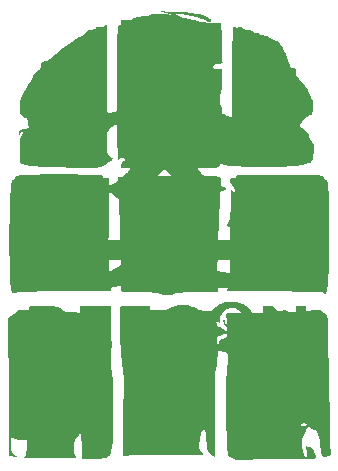
<source format=gbr>
%TF.GenerationSoftware,KiCad,Pcbnew,9.0.1*%
%TF.CreationDate,2025-07-13T22:34:50-07:00*%
%TF.ProjectId,defcon33_keychhain,64656663-6f6e-4333-935f-6b6579636868,rev?*%
%TF.SameCoordinates,Original*%
%TF.FileFunction,Copper,L1,Top*%
%TF.FilePolarity,Positive*%
%FSLAX46Y46*%
G04 Gerber Fmt 4.6, Leading zero omitted, Abs format (unit mm)*
G04 Created by KiCad (PCBNEW 9.0.1) date 2025-07-13 22:34:50*
%MOMM*%
%LPD*%
G01*
G04 APERTURE LIST*
%TA.AperFunction,EtchedComponent*%
%ADD10C,0.000000*%
%TD*%
G04 APERTURE END LIST*
D10*
%TA.AperFunction,EtchedComponent*%
%TO.C,G\u002A\u002A\u002A*%
G36*
X157912861Y-81789243D02*
G01*
X158005457Y-81793603D01*
X158080270Y-81802235D01*
X158148339Y-81816490D01*
X158220702Y-81837720D01*
X158308400Y-81867273D01*
X158324747Y-81872918D01*
X158611129Y-81994506D01*
X158878957Y-82152719D01*
X159118502Y-82340866D01*
X159320035Y-82552256D01*
X159329486Y-82564000D01*
X159449899Y-82715013D01*
X159885959Y-82715222D01*
X160050936Y-82715937D01*
X160171884Y-82714509D01*
X160255591Y-82705845D01*
X160308843Y-82684855D01*
X160338428Y-82646448D01*
X160351133Y-82585532D01*
X160353746Y-82497016D01*
X160353054Y-82375809D01*
X160353059Y-82364850D01*
X160353406Y-82128798D01*
X160764869Y-82135792D01*
X161176332Y-82142785D01*
X161382053Y-82375728D01*
X161476517Y-82478089D01*
X161555653Y-82554733D01*
X161613613Y-82600301D01*
X161638677Y-82610848D01*
X161686542Y-82605947D01*
X161768025Y-82590998D01*
X161867526Y-82568950D01*
X161893186Y-82562725D01*
X162064428Y-82526443D01*
X162196295Y-82513003D01*
X162294942Y-82522485D01*
X162366522Y-82554967D01*
X162383509Y-82569087D01*
X162413893Y-82593508D01*
X162450520Y-82610357D01*
X162503565Y-82621438D01*
X162583205Y-82628553D01*
X162699617Y-82633505D01*
X162756924Y-82635232D01*
X162895166Y-82639182D01*
X162990483Y-82637063D01*
X163050838Y-82621763D01*
X163084196Y-82586168D01*
X163098524Y-82523167D01*
X163101785Y-82425647D01*
X163101756Y-82327304D01*
X163102104Y-82130059D01*
X163547494Y-82130059D01*
X163992885Y-82130059D01*
X163992885Y-82346392D01*
X163992885Y-82562725D01*
X164062875Y-82562564D01*
X164109258Y-82560027D01*
X164197233Y-82553054D01*
X164317762Y-82542443D01*
X164461805Y-82528995D01*
X164620322Y-82513506D01*
X164639220Y-82511616D01*
X164795314Y-82497107D01*
X164934729Y-82486325D01*
X165049326Y-82479722D01*
X165130964Y-82477749D01*
X165171503Y-82480860D01*
X165173689Y-82481902D01*
X165201211Y-82503573D01*
X165259495Y-82550065D01*
X165339671Y-82614255D01*
X165432871Y-82689018D01*
X165530227Y-82767232D01*
X165622869Y-82841771D01*
X165701930Y-82905513D01*
X165758541Y-82951333D01*
X165781860Y-82970429D01*
X165783746Y-82996556D01*
X165786640Y-83070835D01*
X165790482Y-83190536D01*
X165795210Y-83352929D01*
X165800763Y-83555284D01*
X165807081Y-83794869D01*
X165814100Y-84068956D01*
X165821762Y-84374812D01*
X165830003Y-84709709D01*
X165838763Y-85070914D01*
X165847980Y-85455699D01*
X165857594Y-85861333D01*
X165867543Y-86285085D01*
X165877765Y-86724225D01*
X165888200Y-87176022D01*
X165898786Y-87637747D01*
X165909462Y-88106668D01*
X165920166Y-88580056D01*
X165930838Y-89055180D01*
X165941416Y-89529309D01*
X165951839Y-89999714D01*
X165962045Y-90463663D01*
X165971973Y-90918427D01*
X165981563Y-91361275D01*
X165990752Y-91789477D01*
X165999479Y-92200302D01*
X166007684Y-92591020D01*
X166015305Y-92958901D01*
X166022280Y-93301214D01*
X166028549Y-93615228D01*
X166034049Y-93898214D01*
X166038721Y-94147441D01*
X166042502Y-94360179D01*
X166045331Y-94533696D01*
X166047148Y-94665264D01*
X166047890Y-94752151D01*
X166047496Y-94791627D01*
X166047183Y-94793807D01*
X166015184Y-94806678D01*
X165946978Y-94827689D01*
X165855906Y-94853317D01*
X165755306Y-94880039D01*
X165658521Y-94904331D01*
X165578890Y-94922672D01*
X165529755Y-94931539D01*
X165524344Y-94931869D01*
X165467975Y-94914450D01*
X165405403Y-94871561D01*
X165394994Y-94861735D01*
X165359827Y-94817546D01*
X165328505Y-94756435D01*
X165299770Y-94673055D01*
X165272363Y-94562058D01*
X165245023Y-94418097D01*
X165216492Y-94235826D01*
X165185511Y-94009897D01*
X165174752Y-93926552D01*
X165141150Y-93672615D01*
X165110577Y-93463370D01*
X165081870Y-93292782D01*
X165053869Y-93154814D01*
X165025411Y-93043430D01*
X164995336Y-92952594D01*
X164980060Y-92914694D01*
X164934676Y-92833034D01*
X164873442Y-92753205D01*
X164807699Y-92687312D01*
X164748786Y-92647462D01*
X164723713Y-92641033D01*
X164670878Y-92627832D01*
X164591542Y-92594183D01*
X164501341Y-92548193D01*
X164415914Y-92497967D01*
X164350897Y-92451610D01*
X164340563Y-92442432D01*
X164281608Y-92377138D01*
X164234790Y-92309682D01*
X164231743Y-92304057D01*
X164200222Y-92255014D01*
X164175052Y-92234077D01*
X164174705Y-92234067D01*
X164159574Y-92256890D01*
X164134077Y-92318824D01*
X164101937Y-92410065D01*
X164071081Y-92506928D01*
X163993748Y-92736275D01*
X163915094Y-92919219D01*
X163832913Y-93060252D01*
X163750572Y-93158523D01*
X163687853Y-93236056D01*
X163645343Y-93331243D01*
X163621816Y-93451335D01*
X163616041Y-93603583D01*
X163626793Y-93795240D01*
X163632485Y-93855841D01*
X163661982Y-94098475D01*
X163698918Y-94318834D01*
X163741900Y-94512411D01*
X163789537Y-94674701D01*
X163840436Y-94801199D01*
X163893207Y-94887398D01*
X163946456Y-94928793D01*
X163964905Y-94931863D01*
X164024390Y-94909437D01*
X164060850Y-94843371D01*
X164074164Y-94735483D01*
X164064210Y-94587591D01*
X164030865Y-94401513D01*
X164007108Y-94301498D01*
X163980154Y-94194106D01*
X163958637Y-94106371D01*
X163945191Y-94049147D01*
X163941983Y-94032870D01*
X163964328Y-94031000D01*
X164022911Y-94040150D01*
X164105054Y-94057265D01*
X164198079Y-94079287D01*
X164289308Y-94103158D01*
X164366062Y-94125821D01*
X164415663Y-94144220D01*
X164424429Y-94149208D01*
X164567659Y-94277538D01*
X164659523Y-94407807D01*
X164685095Y-94473376D01*
X164715124Y-94573702D01*
X164745944Y-94693295D01*
X164773888Y-94816663D01*
X164795290Y-94928314D01*
X164806484Y-95012757D01*
X164807314Y-95032315D01*
X164805148Y-95040040D01*
X164796588Y-95046878D01*
X164778543Y-95052915D01*
X164747920Y-95058236D01*
X164701629Y-95062928D01*
X164636576Y-95067077D01*
X164549671Y-95070768D01*
X164437821Y-95074087D01*
X164297935Y-95077121D01*
X164126920Y-95079955D01*
X163921686Y-95082675D01*
X163679140Y-95085368D01*
X163396190Y-95088118D01*
X163069745Y-95091013D01*
X162696712Y-95094138D01*
X162535821Y-95095455D01*
X162183266Y-95098553D01*
X161833204Y-95102059D01*
X161490653Y-95105898D01*
X161160634Y-95109995D01*
X160848167Y-95114276D01*
X160558270Y-95118666D01*
X160295965Y-95123090D01*
X160066269Y-95127474D01*
X159874204Y-95131743D01*
X159724788Y-95135823D01*
X159653506Y-95138314D01*
X159300141Y-95151804D01*
X158994761Y-95162140D01*
X158734551Y-95169361D01*
X158516695Y-95173505D01*
X158338377Y-95174612D01*
X158196783Y-95172719D01*
X158089094Y-95167865D01*
X158017358Y-95160792D01*
X157848131Y-95122800D01*
X157690982Y-95060903D01*
X157555156Y-94980766D01*
X157449899Y-94888058D01*
X157384455Y-94788445D01*
X157376982Y-94768267D01*
X157358008Y-94683777D01*
X157339313Y-94550970D01*
X157321014Y-94372431D01*
X157303226Y-94150743D01*
X157286066Y-93888490D01*
X157269650Y-93588258D01*
X157254094Y-93252630D01*
X157239516Y-92884192D01*
X157226030Y-92485526D01*
X157218319Y-92217754D01*
X163534769Y-92217754D01*
X163541419Y-92270948D01*
X163551736Y-92293453D01*
X163595805Y-92308429D01*
X163674893Y-92310279D01*
X163775192Y-92300257D01*
X163882890Y-92279616D01*
X163966578Y-92255802D01*
X164050960Y-92225982D01*
X164093899Y-92205368D01*
X164102636Y-92188300D01*
X164084411Y-92169122D01*
X164080862Y-92166488D01*
X163990230Y-92118772D01*
X163885696Y-92091998D01*
X163778178Y-92085141D01*
X163678594Y-92097176D01*
X163597862Y-92127077D01*
X163546900Y-92173821D01*
X163534769Y-92217754D01*
X157218319Y-92217754D01*
X157213753Y-92059218D01*
X157202802Y-91607852D01*
X157193293Y-91134012D01*
X157185341Y-90640282D01*
X157182810Y-90452504D01*
X157178500Y-90007439D01*
X157177397Y-89601182D01*
X157179453Y-89235176D01*
X157184624Y-88910867D01*
X157192864Y-88629697D01*
X157204125Y-88393110D01*
X157218363Y-88202550D01*
X157235532Y-88059461D01*
X157255584Y-87965286D01*
X157262656Y-87945590D01*
X157275662Y-87907479D01*
X157286361Y-87856792D01*
X157295167Y-87787617D01*
X157302496Y-87694045D01*
X157308760Y-87570166D01*
X157314374Y-87410069D01*
X157319752Y-87207845D01*
X157322396Y-87092985D01*
X157327754Y-86841717D01*
X157331393Y-86636666D01*
X157333038Y-86473168D01*
X157332414Y-86346560D01*
X157329246Y-86252178D01*
X157323259Y-86185357D01*
X157314179Y-86141434D01*
X157301731Y-86115745D01*
X157285639Y-86103625D01*
X157265630Y-86100412D01*
X157263906Y-86100400D01*
X157171757Y-86088962D01*
X157047716Y-86057332D01*
X156904664Y-86009538D01*
X156755481Y-85949607D01*
X156696874Y-85923091D01*
X156484869Y-85823742D01*
X156484623Y-86082963D01*
X156482873Y-86201411D01*
X156478218Y-86354324D01*
X156471279Y-86525387D01*
X156462679Y-86698284D01*
X156458281Y-86774849D01*
X156446659Y-86948256D01*
X156434859Y-87078840D01*
X156421736Y-87174671D01*
X156406149Y-87243819D01*
X156386954Y-87294352D01*
X156383824Y-87300574D01*
X156360129Y-87365363D01*
X156338619Y-87465060D01*
X156319263Y-87600816D01*
X156302028Y-87773783D01*
X156286882Y-87985111D01*
X156273794Y-88235953D01*
X156262730Y-88527459D01*
X156253659Y-88860782D01*
X156246549Y-89237071D01*
X156241368Y-89657478D01*
X156238084Y-90123156D01*
X156236664Y-90635254D01*
X156237077Y-91194924D01*
X156239291Y-91803318D01*
X156242639Y-92370535D01*
X156245462Y-92796964D01*
X156247752Y-93175151D01*
X156249492Y-93507751D01*
X156250665Y-93797423D01*
X156251253Y-94046823D01*
X156251240Y-94258607D01*
X156250608Y-94435432D01*
X156249340Y-94579956D01*
X156247419Y-94694834D01*
X156244827Y-94782724D01*
X156241548Y-94846282D01*
X156237565Y-94888165D01*
X156232859Y-94911030D01*
X156227415Y-94917533D01*
X156226179Y-94917071D01*
X156190544Y-94893190D01*
X156126025Y-94847920D01*
X156044856Y-94789875D01*
X156021014Y-94772652D01*
X155899271Y-94679704D01*
X155801172Y-94590872D01*
X155723851Y-94499002D01*
X155664447Y-94396939D01*
X155620094Y-94277531D01*
X155587930Y-94133622D01*
X155565092Y-93958060D01*
X155548715Y-93743690D01*
X155539724Y-93570240D01*
X155523312Y-93285597D01*
X155502184Y-93050306D01*
X155476058Y-92863011D01*
X155444651Y-92722354D01*
X155407681Y-92626981D01*
X155364867Y-92575534D01*
X155330703Y-92564929D01*
X155275303Y-92589245D01*
X155219989Y-92657685D01*
X155166109Y-92763487D01*
X155115014Y-92899888D01*
X155068054Y-93060126D01*
X155026578Y-93237440D01*
X154991936Y-93425066D01*
X154965478Y-93616243D01*
X154948553Y-93804209D01*
X154942511Y-93982201D01*
X154948702Y-94143457D01*
X154968476Y-94281215D01*
X154979453Y-94324699D01*
X155038522Y-94460732D01*
X155124917Y-94569894D01*
X155229861Y-94642078D01*
X155267215Y-94656105D01*
X155328828Y-94676206D01*
X155346791Y-94689677D01*
X155326654Y-94702933D01*
X155312479Y-94708396D01*
X155248811Y-94722003D01*
X155137564Y-94734094D01*
X154982037Y-94744604D01*
X154785533Y-94753470D01*
X154551352Y-94760628D01*
X154282795Y-94766013D01*
X153983164Y-94769563D01*
X153655759Y-94771213D01*
X153303882Y-94770900D01*
X152930833Y-94768559D01*
X152539914Y-94764128D01*
X152476352Y-94763226D01*
X152015254Y-94756707D01*
X151601690Y-94751336D01*
X151232305Y-94747152D01*
X150903744Y-94744194D01*
X150612651Y-94742501D01*
X150355672Y-94742113D01*
X150129450Y-94743070D01*
X149930632Y-94745409D01*
X149755860Y-94749172D01*
X149601781Y-94754397D01*
X149465038Y-94761123D01*
X149342277Y-94769390D01*
X149230141Y-94779237D01*
X149125277Y-94790704D01*
X149025494Y-94803667D01*
X148845941Y-94827190D01*
X148710698Y-94841294D01*
X148614129Y-94846365D01*
X148550595Y-94842791D01*
X148529201Y-94837800D01*
X148455110Y-94813113D01*
X148447259Y-94089873D01*
X148446486Y-93930999D01*
X148447024Y-93728373D01*
X148448781Y-93489123D01*
X148451661Y-93220379D01*
X148455570Y-92929270D01*
X148460413Y-92622925D01*
X148466095Y-92308474D01*
X148472523Y-91993047D01*
X148478608Y-91725049D01*
X148489440Y-91269750D01*
X148499029Y-90861877D01*
X148507418Y-90497972D01*
X148514646Y-90174576D01*
X148520753Y-89888229D01*
X148525782Y-89635474D01*
X148529772Y-89412852D01*
X148532765Y-89216902D01*
X148534800Y-89044167D01*
X148535918Y-88891187D01*
X148536161Y-88754504D01*
X148535568Y-88630659D01*
X148534181Y-88516192D01*
X148532041Y-88407645D01*
X148529187Y-88301559D01*
X148525660Y-88194476D01*
X148521502Y-88082935D01*
X148521450Y-88081609D01*
X148512404Y-87868507D01*
X148503405Y-87700947D01*
X148493971Y-87573571D01*
X148483619Y-87481023D01*
X148471866Y-87417944D01*
X148458229Y-87378979D01*
X148458107Y-87378742D01*
X148433493Y-87319223D01*
X148412446Y-87240071D01*
X148394352Y-87136073D01*
X148378598Y-87002013D01*
X148364571Y-86832679D01*
X148351659Y-86622853D01*
X148339288Y-86368273D01*
X148328504Y-86148175D01*
X148317706Y-85977175D01*
X148306731Y-85853468D01*
X148295414Y-85775253D01*
X148283591Y-85740724D01*
X148281919Y-85739294D01*
X148276418Y-85711251D01*
X148271094Y-85637416D01*
X148265992Y-85522901D01*
X148261159Y-85372816D01*
X148256641Y-85192271D01*
X148252886Y-85006230D01*
X156459418Y-85006230D01*
X156461846Y-85130648D01*
X156468182Y-85262033D01*
X156476201Y-85362720D01*
X156492984Y-85523288D01*
X156542379Y-85462288D01*
X156578579Y-85390180D01*
X156579005Y-85311816D01*
X156565561Y-85238742D01*
X156550284Y-85182985D01*
X156549343Y-85180572D01*
X156551324Y-85160451D01*
X156575450Y-85134088D01*
X156626971Y-85098036D01*
X156711141Y-85048846D01*
X156833210Y-84983068D01*
X156915873Y-84939885D01*
X157299298Y-84740970D01*
X157299298Y-84580805D01*
X157297211Y-84498064D01*
X157291766Y-84440212D01*
X157284881Y-84420641D01*
X157258363Y-84431143D01*
X157193670Y-84460287D01*
X157098441Y-84504530D01*
X156980314Y-84560328D01*
X156864941Y-84615475D01*
X156459418Y-84810309D01*
X156459418Y-85006230D01*
X148252886Y-85006230D01*
X148252485Y-84986377D01*
X148249567Y-84810309D01*
X148248737Y-84760245D01*
X148245443Y-84518984D01*
X148242650Y-84267705D01*
X148240404Y-84011519D01*
X148238751Y-83755537D01*
X148237738Y-83504868D01*
X148237686Y-83466796D01*
X156387069Y-83466796D01*
X156389474Y-83532277D01*
X156396506Y-83621064D01*
X156397334Y-83629592D01*
X156415170Y-83810596D01*
X156838146Y-84051108D01*
X156970915Y-84126105D01*
X157088624Y-84191648D01*
X157184109Y-84243826D01*
X157250206Y-84278727D01*
X157279752Y-84292439D01*
X157280210Y-84292503D01*
X157289831Y-84269733D01*
X157296690Y-84209195D01*
X157299298Y-84124232D01*
X157297567Y-84031669D01*
X157287108Y-83969871D01*
X157260025Y-83918709D01*
X157208419Y-83858053D01*
X157184990Y-83832873D01*
X157117655Y-83753137D01*
X157060547Y-83672004D01*
X157032284Y-83620263D01*
X156995068Y-83532480D01*
X156958452Y-83445890D01*
X156957633Y-83443949D01*
X156938426Y-83366156D01*
X156959828Y-83318783D01*
X157022275Y-83300989D01*
X157032063Y-83300801D01*
X157099660Y-83316832D01*
X157127294Y-83360963D01*
X157115943Y-83416575D01*
X157100201Y-83497067D01*
X157126573Y-83584554D01*
X157197171Y-83685723D01*
X157203041Y-83692585D01*
X157286572Y-83789329D01*
X157278620Y-83475485D01*
X157274230Y-83340354D01*
X157268114Y-83246607D01*
X157258762Y-83184731D01*
X157244669Y-83145210D01*
X157224326Y-83118527D01*
X157221664Y-83115988D01*
X157164914Y-83036045D01*
X157156575Y-82951435D01*
X157195108Y-82872283D01*
X157237822Y-82812247D01*
X157264639Y-82761085D01*
X157265019Y-82759969D01*
X157273330Y-82745816D01*
X157291760Y-82735004D01*
X157326440Y-82727090D01*
X157383500Y-82721629D01*
X157469069Y-82718179D01*
X157589278Y-82716295D01*
X157750258Y-82715533D01*
X157880211Y-82715430D01*
X158480638Y-82715430D01*
X158367172Y-82599535D01*
X158281314Y-82525240D01*
X158174323Y-82450721D01*
X158089909Y-82402831D01*
X158006803Y-82364158D01*
X157937098Y-82340170D01*
X157863320Y-82327381D01*
X157767998Y-82322305D01*
X157682196Y-82321482D01*
X157563144Y-82322679D01*
X157477393Y-82329252D01*
X157407376Y-82344725D01*
X157335526Y-82372628D01*
X157268364Y-82404573D01*
X157097991Y-82510596D01*
X156944892Y-82648117D01*
X156822240Y-82804154D01*
X156772470Y-82893294D01*
X156741618Y-82964318D01*
X156721747Y-83030902D01*
X156710375Y-83107938D01*
X156705019Y-83210320D01*
X156703503Y-83307158D01*
X156701466Y-83418212D01*
X156697727Y-83507505D01*
X156692858Y-83564667D01*
X156688476Y-83580294D01*
X156661201Y-83568699D01*
X156602982Y-83538984D01*
X156537954Y-83503885D01*
X156464502Y-83465770D01*
X156410661Y-83442269D01*
X156389828Y-83438260D01*
X156387069Y-83466796D01*
X148237686Y-83466796D01*
X148237411Y-83264623D01*
X148237816Y-83039913D01*
X148239000Y-82835849D01*
X148241009Y-82657540D01*
X148243889Y-82510097D01*
X148247688Y-82398631D01*
X148251113Y-82342354D01*
X148268837Y-82129578D01*
X149507264Y-82136181D01*
X150745691Y-82142785D01*
X150753216Y-82314578D01*
X150760742Y-82486372D01*
X151432074Y-82486372D01*
X152103405Y-82486372D01*
X152289879Y-82385807D01*
X152581876Y-82248901D01*
X152875872Y-82154264D01*
X153182234Y-82099626D01*
X153511327Y-82082717D01*
X153657538Y-82086263D01*
X153936470Y-82107432D01*
X154181703Y-82146209D01*
X154408171Y-82205172D01*
X154475472Y-82227456D01*
X154637562Y-82289823D01*
X154751035Y-82347364D01*
X154815196Y-82399669D01*
X154830560Y-82436617D01*
X154852925Y-82486254D01*
X154887825Y-82508793D01*
X154930489Y-82516266D01*
X155015054Y-82524434D01*
X155132537Y-82532671D01*
X155273953Y-82540350D01*
X155430319Y-82546847D01*
X155437978Y-82547116D01*
X155930867Y-82564277D01*
X156150603Y-82352971D01*
X156326964Y-82199374D01*
X156512288Y-82072515D01*
X156720262Y-81964283D01*
X156964571Y-81866567D01*
X156981162Y-81860693D01*
X157058144Y-81834584D01*
X157124946Y-81815691D01*
X157192183Y-81802825D01*
X157270470Y-81794797D01*
X157370421Y-81790415D01*
X157502653Y-81788490D01*
X157630160Y-81787941D01*
X157791441Y-81787806D01*
X157912861Y-81789243D01*
G37*
%TD.AperFunction*%
%TA.AperFunction,EtchedComponent*%
G36*
X141580478Y-82136914D02*
G01*
X141838489Y-82139811D01*
X142051185Y-82142702D01*
X142224148Y-82145884D01*
X142362964Y-82149656D01*
X142473218Y-82154316D01*
X142560493Y-82160162D01*
X142630376Y-82167491D01*
X142688449Y-82176603D01*
X142740299Y-82187795D01*
X142791508Y-82201364D01*
X142792284Y-82201583D01*
X142955663Y-82256478D01*
X143125975Y-82328799D01*
X143287864Y-82410954D01*
X143425970Y-82495354D01*
X143499652Y-82551174D01*
X143578566Y-82608553D01*
X143659843Y-82651893D01*
X143698979Y-82665247D01*
X143751381Y-82672269D01*
X143845446Y-82680098D01*
X143971952Y-82688160D01*
X144121681Y-82695882D01*
X144285411Y-82702689D01*
X144321420Y-82703974D01*
X144853807Y-82722389D01*
X144853807Y-82425995D01*
X144853807Y-82129601D01*
X146170891Y-82136193D01*
X147487975Y-82142785D01*
X147495125Y-82455055D01*
X147497250Y-82589244D01*
X147495845Y-82680849D01*
X147490107Y-82738114D01*
X147479235Y-82769284D01*
X147463312Y-82782277D01*
X147453974Y-82790713D01*
X147446232Y-82811072D01*
X147439939Y-82847649D01*
X147434953Y-82904743D01*
X147431127Y-82986651D01*
X147428317Y-83097670D01*
X147426379Y-83242097D01*
X147425168Y-83424230D01*
X147424540Y-83648365D01*
X147424349Y-83918800D01*
X147424348Y-83939796D01*
X147424398Y-84210471D01*
X147424678Y-84434628D01*
X147425383Y-84616653D01*
X147426709Y-84760929D01*
X147428851Y-84871843D01*
X147432005Y-84953778D01*
X147436365Y-85011118D01*
X147442127Y-85048250D01*
X147449487Y-85069556D01*
X147458639Y-85079422D01*
X147469780Y-85082233D01*
X147475250Y-85082364D01*
X147496109Y-85085191D01*
X147510331Y-85099103D01*
X147519181Y-85132249D01*
X147523925Y-85192776D01*
X147525825Y-85288832D01*
X147526152Y-85410257D01*
X147525641Y-85545083D01*
X147523265Y-85637498D01*
X147517762Y-85695990D01*
X147507866Y-85729046D01*
X147492314Y-85745153D01*
X147475345Y-85751437D01*
X147452682Y-85760710D01*
X147438694Y-85780547D01*
X147432049Y-85820502D01*
X147431413Y-85890130D01*
X147435454Y-85998988D01*
X147436785Y-86028003D01*
X147441210Y-86136123D01*
X147446327Y-86282381D01*
X147451738Y-86454021D01*
X147457042Y-86638292D01*
X147461839Y-86822438D01*
X147462373Y-86844401D01*
X147470069Y-87095591D01*
X147480295Y-87323494D01*
X147492662Y-87523446D01*
X147506782Y-87690781D01*
X147522266Y-87820837D01*
X147538725Y-87908948D01*
X147554400Y-87948961D01*
X147568521Y-87981317D01*
X147581214Y-88044037D01*
X147592576Y-88139343D01*
X147602704Y-88269457D01*
X147611694Y-88436600D01*
X147619643Y-88642993D01*
X147626649Y-88890857D01*
X147632807Y-89182415D01*
X147638214Y-89519886D01*
X147642968Y-89905494D01*
X147644039Y-90007113D01*
X147646735Y-90360207D01*
X147647784Y-90722790D01*
X147647276Y-91089835D01*
X147645299Y-91456314D01*
X147641940Y-91817202D01*
X147637288Y-92167470D01*
X147631431Y-92502093D01*
X147624457Y-92816041D01*
X147616455Y-93104289D01*
X147607511Y-93361810D01*
X147597715Y-93583576D01*
X147587155Y-93764559D01*
X147575919Y-93899734D01*
X147575775Y-93901101D01*
X147539797Y-94176448D01*
X147493390Y-94405889D01*
X147434375Y-94593748D01*
X147360574Y-94744348D01*
X147269807Y-94862012D01*
X147159896Y-94951064D01*
X147028663Y-95015828D01*
X147010667Y-95022425D01*
X146970870Y-95034982D01*
X146925582Y-95045268D01*
X146869239Y-95053577D01*
X146796273Y-95060203D01*
X146701116Y-95065442D01*
X146578202Y-95069588D01*
X146421963Y-95072935D01*
X146226834Y-95075779D01*
X145987246Y-95078414D01*
X145945119Y-95078829D01*
X145013085Y-95087908D01*
X144996950Y-95016248D01*
X144993110Y-94975935D01*
X144988822Y-94890461D01*
X144984250Y-94765564D01*
X144979555Y-94606980D01*
X144974901Y-94420448D01*
X144970450Y-94211704D01*
X144966364Y-93986485D01*
X144964603Y-93875651D01*
X144960701Y-93645601D01*
X144956254Y-93430131D01*
X144951435Y-93234834D01*
X144946418Y-93065308D01*
X144941377Y-92927149D01*
X144936485Y-92825952D01*
X144931916Y-92767314D01*
X144929847Y-92755811D01*
X144916866Y-92737312D01*
X144898356Y-92749924D01*
X144869810Y-92799308D01*
X144832785Y-92877727D01*
X144737452Y-93043715D01*
X144608652Y-93203290D01*
X144603631Y-93208589D01*
X144528669Y-93291471D01*
X144463944Y-93370615D01*
X144420916Y-93431803D01*
X144414713Y-93442985D01*
X144367293Y-93571322D01*
X144331917Y-93736183D01*
X144309982Y-93924320D01*
X144302888Y-94122480D01*
X144312033Y-94317413D01*
X144317279Y-94366226D01*
X144352651Y-94576010D01*
X144402356Y-94746247D01*
X144465084Y-94873289D01*
X144523975Y-94941550D01*
X144598491Y-95004251D01*
X144427101Y-95024820D01*
X144368842Y-95028659D01*
X144264655Y-95032100D01*
X144119513Y-95035145D01*
X143938388Y-95037793D01*
X143726253Y-95040044D01*
X143488080Y-95041898D01*
X143228843Y-95043354D01*
X142953513Y-95044413D01*
X142667062Y-95045075D01*
X142374465Y-95045339D01*
X142080692Y-95045206D01*
X141790717Y-95044675D01*
X141509513Y-95043746D01*
X141242051Y-95042419D01*
X140993304Y-95040695D01*
X140768245Y-95038572D01*
X140571846Y-95036051D01*
X140409080Y-95033132D01*
X140284919Y-95029815D01*
X140204336Y-95026099D01*
X140189282Y-95024895D01*
X139965939Y-95003538D01*
X140074753Y-94948613D01*
X140143432Y-94905006D01*
X140198752Y-94847168D01*
X140242008Y-94769804D01*
X140274498Y-94667614D01*
X140297520Y-94535303D01*
X140312371Y-94367573D01*
X140320347Y-94159126D01*
X140322714Y-93936065D01*
X140323546Y-93512912D01*
X139948146Y-93500173D01*
X139747605Y-93489725D01*
X139586694Y-93471795D01*
X139454368Y-93443694D01*
X139339582Y-93402733D01*
X139231289Y-93346223D01*
X139178398Y-93312804D01*
X139070381Y-93241322D01*
X139024501Y-93297981D01*
X138989472Y-93372405D01*
X138965473Y-93494064D01*
X138952749Y-93660447D01*
X138951545Y-93869044D01*
X138955909Y-94001452D01*
X138971511Y-94211679D01*
X139000392Y-94380134D01*
X139046971Y-94515170D01*
X139115667Y-94625140D01*
X139210900Y-94718396D01*
X139337089Y-94803292D01*
X139398124Y-94837262D01*
X139475160Y-94880510D01*
X139525809Y-94913275D01*
X139541806Y-94930042D01*
X139538721Y-94931125D01*
X139502132Y-94928515D01*
X139429320Y-94920976D01*
X139331657Y-94909901D01*
X139220512Y-94896683D01*
X139107255Y-94882716D01*
X139003256Y-94869393D01*
X138919885Y-94858106D01*
X138868512Y-94850250D01*
X138857686Y-94847678D01*
X138857086Y-94822136D01*
X138856077Y-94748185D01*
X138854682Y-94628318D01*
X138852925Y-94465026D01*
X138850830Y-94260801D01*
X138848421Y-94018134D01*
X138845719Y-93739517D01*
X138842750Y-93427442D01*
X138839537Y-93084400D01*
X138836102Y-92712884D01*
X138832471Y-92315384D01*
X138828665Y-91894392D01*
X138824710Y-91452401D01*
X138820628Y-90991902D01*
X138816442Y-90515386D01*
X138812571Y-90070741D01*
X138808146Y-89563549D01*
X138803696Y-89059550D01*
X138799252Y-88562032D01*
X138794846Y-88074283D01*
X138790509Y-87599590D01*
X138786271Y-87141244D01*
X138782166Y-86702530D01*
X138778222Y-86286737D01*
X138774473Y-85897154D01*
X138770950Y-85537069D01*
X138767683Y-85209769D01*
X138764704Y-84918542D01*
X138762044Y-84666677D01*
X138759734Y-84457462D01*
X138757806Y-84294185D01*
X138756982Y-84229759D01*
X138742771Y-83160821D01*
X139215438Y-82810325D01*
X139688106Y-82459829D01*
X140096097Y-82501600D01*
X140234778Y-82514801D01*
X140355179Y-82524372D01*
X140448442Y-82529759D01*
X140505708Y-82530409D01*
X140519415Y-82528045D01*
X140528280Y-82496940D01*
X140537736Y-82428671D01*
X140545965Y-82336919D01*
X140547147Y-82319398D01*
X140559554Y-82126077D01*
X141580478Y-82136914D01*
G37*
%TD.AperFunction*%
%TA.AperFunction,EtchedComponent*%
G36*
X152438176Y-57227825D02*
G01*
X152761372Y-57233787D01*
X153041593Y-57241030D01*
X153286760Y-57250078D01*
X153504794Y-57261457D01*
X153703616Y-57275691D01*
X153891147Y-57293305D01*
X154075309Y-57314824D01*
X154264023Y-57340773D01*
X154359719Y-57355136D01*
X154676234Y-57410013D01*
X154966351Y-57472905D01*
X155225628Y-57542407D01*
X155449627Y-57617117D01*
X155633909Y-57695632D01*
X155774033Y-57776550D01*
X155827885Y-57819032D01*
X155897255Y-57894545D01*
X155920722Y-57959563D01*
X155899420Y-58023053D01*
X155859635Y-58070233D01*
X155782908Y-58117564D01*
X155695844Y-58115799D01*
X155597587Y-58064825D01*
X155553910Y-58029712D01*
X155481056Y-57974474D01*
X155389953Y-57923019D01*
X155272556Y-57871813D01*
X155120822Y-57817319D01*
X154941231Y-57760405D01*
X154777144Y-57713962D01*
X154592329Y-57667497D01*
X154392847Y-57622001D01*
X154184761Y-57578469D01*
X153974131Y-57537892D01*
X153767019Y-57501265D01*
X153569488Y-57469579D01*
X153387599Y-57443829D01*
X153227413Y-57425007D01*
X153094992Y-57414106D01*
X152996399Y-57412120D01*
X152937694Y-57420041D01*
X152924140Y-57429959D01*
X152937316Y-57462247D01*
X152996287Y-57503657D01*
X153097064Y-57552712D01*
X153235654Y-57607937D01*
X153408068Y-57667856D01*
X153610315Y-57730993D01*
X153838404Y-57795872D01*
X154088345Y-57861017D01*
X154092484Y-57862049D01*
X154464333Y-57951787D01*
X154797517Y-58025433D01*
X155101153Y-58084443D01*
X155384357Y-58130273D01*
X155656246Y-58164380D01*
X155925937Y-58188218D01*
X156202546Y-58203245D01*
X156236876Y-58204534D01*
X156395857Y-58210955D01*
X156537238Y-58218030D01*
X156653235Y-58225259D01*
X156736069Y-58232139D01*
X156777956Y-58238170D01*
X156781271Y-58239620D01*
X156785478Y-58268369D01*
X156790930Y-58347477D01*
X156797626Y-58476996D01*
X156805570Y-58656979D01*
X156814763Y-58887478D01*
X156825208Y-59168546D01*
X156836905Y-59500236D01*
X156849858Y-59882601D01*
X156864067Y-60315692D01*
X156879536Y-60799562D01*
X156896265Y-61334264D01*
X156896830Y-61352486D01*
X156904809Y-61610083D01*
X156632410Y-61622967D01*
X156484455Y-61633048D01*
X156376297Y-61648314D01*
X156296937Y-61670632D01*
X156263372Y-61685660D01*
X156169060Y-61753610D01*
X156122955Y-61830885D01*
X156124975Y-61910763D01*
X156175041Y-61986526D01*
X156267761Y-62048922D01*
X156331397Y-62074273D01*
X156404194Y-62089972D01*
X156500012Y-62097965D01*
X156632713Y-62100200D01*
X156632884Y-62100200D01*
X156892083Y-62100200D01*
X156891832Y-62450150D01*
X156872058Y-63070302D01*
X156814376Y-63710560D01*
X156719940Y-64358390D01*
X156712356Y-64401595D01*
X156691144Y-64539503D01*
X156674503Y-64682608D01*
X156664694Y-64809570D01*
X156663025Y-64867289D01*
X156664837Y-64967241D01*
X156672885Y-65031225D01*
X156691093Y-65074124D01*
X156723383Y-65110819D01*
X156728468Y-65115585D01*
X156767406Y-65163408D01*
X156796680Y-65231380D01*
X156821421Y-65332695D01*
X156829384Y-65375242D01*
X156846957Y-65486125D01*
X156860032Y-65591867D01*
X156865995Y-65671030D01*
X156866092Y-65676051D01*
X156870893Y-65774619D01*
X156889098Y-65838976D01*
X156930784Y-65882463D01*
X157006030Y-65918418D01*
X157065337Y-65939805D01*
X157171379Y-65979573D01*
X157299004Y-66031865D01*
X157424118Y-66086734D01*
X157449164Y-66098279D01*
X157542750Y-66141647D01*
X157616737Y-66175448D01*
X157660640Y-66194917D01*
X157668117Y-66197795D01*
X157668988Y-66172890D01*
X157670093Y-66100359D01*
X157671407Y-65983477D01*
X157672907Y-65825518D01*
X157674567Y-65629758D01*
X157676363Y-65399471D01*
X157678271Y-65137932D01*
X157680265Y-64848417D01*
X157682322Y-64534200D01*
X157684416Y-64198556D01*
X157686523Y-63844760D01*
X157688619Y-63476087D01*
X157688803Y-63442735D01*
X157692979Y-62784282D01*
X157697965Y-62175896D01*
X157703782Y-61616746D01*
X157710454Y-61106001D01*
X157718004Y-60642833D01*
X157726453Y-60226411D01*
X157735824Y-59855905D01*
X157746140Y-59530486D01*
X157757424Y-59249323D01*
X157769698Y-59011587D01*
X157782985Y-58816448D01*
X157797306Y-58663076D01*
X157812686Y-58550640D01*
X157823305Y-58498939D01*
X157838153Y-58439780D01*
X157927598Y-58500479D01*
X158034944Y-58556620D01*
X158151021Y-58580214D01*
X158290095Y-58573354D01*
X158353336Y-58562935D01*
X158477995Y-58545866D01*
X158564022Y-58551177D01*
X158619332Y-58580647D01*
X158649492Y-58629560D01*
X158690370Y-58685396D01*
X158767974Y-58727590D01*
X158886883Y-58757871D01*
X159040008Y-58776983D01*
X159201559Y-58796613D01*
X159327082Y-58826850D01*
X159431130Y-58872600D01*
X159528256Y-58938768D01*
X159534283Y-58943576D01*
X159594270Y-58989123D01*
X159642385Y-59012631D01*
X159698163Y-59019033D01*
X159781139Y-59013260D01*
X159801975Y-59011155D01*
X159905575Y-59004814D01*
X159970119Y-59015216D01*
X160006134Y-59047580D01*
X160024144Y-59107123D01*
X160026468Y-59122444D01*
X160035159Y-59158713D01*
X160057045Y-59176695D01*
X160105385Y-59181421D01*
X160175250Y-59178870D01*
X160286150Y-59182387D01*
X160404146Y-59206158D01*
X160537222Y-59253038D01*
X160693364Y-59325884D01*
X160880558Y-59427549D01*
X160896867Y-59436871D01*
X161101670Y-59549101D01*
X161277817Y-59633591D01*
X161435891Y-59695023D01*
X161567241Y-59733429D01*
X161623289Y-59751515D01*
X161669217Y-59780277D01*
X161715773Y-59829604D01*
X161773707Y-59909389D01*
X161798736Y-59946452D01*
X161900306Y-60110718D01*
X162012361Y-60313380D01*
X162130185Y-60544254D01*
X162249063Y-60793158D01*
X162364281Y-61049907D01*
X162471123Y-61304318D01*
X162564876Y-61546208D01*
X162640691Y-61764980D01*
X162733065Y-62053308D01*
X162834869Y-62041389D01*
X162911257Y-62029455D01*
X162970612Y-62015116D01*
X162978613Y-62012208D01*
X163028295Y-62016208D01*
X163078097Y-62058808D01*
X163118141Y-62128696D01*
X163135822Y-62192189D01*
X163141520Y-62273195D01*
X163138727Y-62371352D01*
X163135338Y-62407280D01*
X163129904Y-62473516D01*
X163135588Y-62526271D01*
X163157600Y-62581082D01*
X163201152Y-62653487D01*
X163235144Y-62704900D01*
X163294908Y-62787741D01*
X163379048Y-62895675D01*
X163477555Y-63016261D01*
X163580424Y-63137057D01*
X163608570Y-63169138D01*
X163778220Y-63366403D01*
X163914485Y-63537759D01*
X164022379Y-63690713D01*
X164106915Y-63832771D01*
X164173107Y-63971438D01*
X164211909Y-64072505D01*
X164283638Y-64270097D01*
X164349392Y-64436162D01*
X164407043Y-64565773D01*
X164454463Y-64654002D01*
X164475729Y-64683466D01*
X164522587Y-64755192D01*
X164553996Y-64850066D01*
X164571788Y-64976715D01*
X164577793Y-65143767D01*
X164577814Y-65164468D01*
X164565749Y-65408730D01*
X164531615Y-65629443D01*
X164477203Y-65816823D01*
X164444916Y-65891031D01*
X164404915Y-65962224D01*
X164364882Y-66000275D01*
X164306804Y-66019661D01*
X164278508Y-66024777D01*
X164149959Y-66062642D01*
X164013860Y-66129644D01*
X163892590Y-66213745D01*
X163845059Y-66257869D01*
X163804745Y-66305348D01*
X163743745Y-66383079D01*
X163670551Y-66479600D01*
X163593650Y-66583453D01*
X163521533Y-66683175D01*
X163462688Y-66767307D01*
X163426370Y-66823095D01*
X163438572Y-66848769D01*
X163483277Y-66900210D01*
X163553897Y-66970583D01*
X163643845Y-67053052D01*
X163670582Y-67076500D01*
X163862270Y-67250449D01*
X164013242Y-67405149D01*
X164127378Y-67545893D01*
X164208555Y-67677976D01*
X164260651Y-67806691D01*
X164284550Y-67914516D01*
X164300121Y-67987826D01*
X164328385Y-68049283D01*
X164378721Y-68114853D01*
X164440875Y-68180688D01*
X164515333Y-68261918D01*
X164567900Y-68337298D01*
X164603125Y-68419321D01*
X164625557Y-68520478D01*
X164639744Y-68653259D01*
X164645600Y-68742885D01*
X164644979Y-68982490D01*
X164619695Y-69240802D01*
X164572888Y-69493888D01*
X164523801Y-69671223D01*
X164460722Y-69820654D01*
X164382938Y-69935519D01*
X164295166Y-70010570D01*
X164202123Y-70040558D01*
X164191505Y-70040881D01*
X164069803Y-70055769D01*
X163955183Y-70095408D01*
X163878346Y-70144679D01*
X163839511Y-70171730D01*
X163784260Y-70194761D01*
X163706329Y-70214967D01*
X163599452Y-70233543D01*
X163457366Y-70251684D01*
X163273805Y-70270584D01*
X163165731Y-70280582D01*
X162839693Y-70307285D01*
X162491409Y-70330931D01*
X162126308Y-70351450D01*
X161749818Y-70368772D01*
X161367369Y-70382825D01*
X160984389Y-70393541D01*
X160606307Y-70400848D01*
X160238552Y-70404677D01*
X159886553Y-70404957D01*
X159555738Y-70401618D01*
X159251536Y-70394591D01*
X158979376Y-70383804D01*
X158744687Y-70369187D01*
X158552898Y-70350671D01*
X158482765Y-70341158D01*
X158368313Y-70326292D01*
X158256842Y-70316013D01*
X158170827Y-70312351D01*
X158164629Y-70312424D01*
X157964181Y-70316043D01*
X157806746Y-70317985D01*
X157684452Y-70317880D01*
X157589425Y-70315361D01*
X157513795Y-70310060D01*
X157449689Y-70301608D01*
X157389234Y-70289636D01*
X157324558Y-70273776D01*
X157321451Y-70272973D01*
X157201496Y-70235631D01*
X157064541Y-70183598D01*
X156937841Y-70127335D01*
X156923569Y-70120268D01*
X156719866Y-70017848D01*
X156687472Y-70133547D01*
X156659489Y-70206820D01*
X156614144Y-70272120D01*
X156540356Y-70344059D01*
X156505025Y-70374122D01*
X156354972Y-70498997D01*
X155567315Y-70498997D01*
X155372928Y-70499644D01*
X155195977Y-70501478D01*
X155042587Y-70504335D01*
X154918883Y-70508054D01*
X154830989Y-70512472D01*
X154785031Y-70517427D01*
X154779659Y-70519863D01*
X154795751Y-70545283D01*
X154839230Y-70599880D01*
X154902895Y-70675479D01*
X154979548Y-70763908D01*
X155061988Y-70856996D01*
X155143018Y-70946570D01*
X155215437Y-71024456D01*
X155272046Y-71082484D01*
X155291499Y-71100892D01*
X155313579Y-71118498D01*
X155340218Y-71132090D01*
X155378209Y-71142373D01*
X155434342Y-71150053D01*
X155515409Y-71155837D01*
X155628202Y-71160429D01*
X155779510Y-71164535D01*
X155937675Y-71168048D01*
X156110923Y-71172871D01*
X156272042Y-71179482D01*
X156412369Y-71187358D01*
X156523238Y-71195975D01*
X156595985Y-71204812D01*
X156614671Y-71208931D01*
X156689373Y-71238981D01*
X156743764Y-71280603D01*
X156779682Y-71340561D01*
X156798968Y-71425618D01*
X156803461Y-71542537D01*
X156795000Y-71698082D01*
X156782957Y-71827696D01*
X156762908Y-72023829D01*
X156973838Y-72088754D01*
X157074045Y-72120902D01*
X157157767Y-72150148D01*
X157211247Y-72171602D01*
X157220291Y-72176374D01*
X157246180Y-72211872D01*
X157226019Y-72250661D01*
X157163955Y-72287594D01*
X157117428Y-72304079D01*
X157032185Y-72334574D01*
X156929335Y-72378201D01*
X156860270Y-72411071D01*
X156779726Y-72454434D01*
X156735499Y-72488622D01*
X156717100Y-72524465D01*
X156713927Y-72562134D01*
X156712603Y-72604649D01*
X156708833Y-72691795D01*
X156702923Y-72817375D01*
X156695176Y-72975192D01*
X156685896Y-73159049D01*
X156675388Y-73362750D01*
X156663957Y-73580098D01*
X156663634Y-73586166D01*
X156650802Y-73832459D01*
X156637566Y-74095152D01*
X156624173Y-74368675D01*
X156610869Y-74647459D01*
X156597901Y-74925935D01*
X156585514Y-75198532D01*
X156573955Y-75459682D01*
X156563470Y-75703815D01*
X156554305Y-75925361D01*
X156546708Y-76118751D01*
X156540923Y-76278415D01*
X156537198Y-76398784D01*
X156535778Y-76474288D01*
X156535771Y-76477858D01*
X156535771Y-76607214D01*
X157044789Y-76607214D01*
X157553807Y-76607214D01*
X157553807Y-76024775D01*
X157553807Y-75442337D01*
X157412250Y-75424651D01*
X157316857Y-75405864D01*
X157263646Y-75379585D01*
X157255950Y-75368546D01*
X157258961Y-75323376D01*
X157284072Y-75247690D01*
X157325631Y-75153642D01*
X157377982Y-75053384D01*
X157435474Y-74959071D01*
X157467457Y-74913845D01*
X157546538Y-74809282D01*
X157577593Y-73653087D01*
X157584428Y-73410380D01*
X157591538Y-73179344D01*
X157598702Y-72965803D01*
X157605696Y-72775577D01*
X157612299Y-72614489D01*
X157618289Y-72488359D01*
X157623443Y-72403010D01*
X157626573Y-72369639D01*
X157644499Y-72242384D01*
X157691300Y-72331462D01*
X157756192Y-72434998D01*
X157817720Y-72495415D01*
X157872537Y-72511182D01*
X157917291Y-72480768D01*
X157936513Y-72443511D01*
X157952235Y-72370130D01*
X157942260Y-72290638D01*
X157903654Y-72198314D01*
X157833481Y-72086433D01*
X157728804Y-71948273D01*
X157710068Y-71925019D01*
X157606791Y-71781513D01*
X157537258Y-71649346D01*
X157505208Y-71536034D01*
X157503464Y-71509514D01*
X157525918Y-71423877D01*
X157587380Y-71357168D01*
X157676830Y-71318913D01*
X157730291Y-71313426D01*
X157829168Y-71302795D01*
X157924996Y-71274951D01*
X158002760Y-71235969D01*
X158047442Y-71191922D01*
X158050863Y-71183765D01*
X158060696Y-71160009D01*
X158076065Y-71138669D01*
X158099590Y-71119616D01*
X158133888Y-71102724D01*
X158181580Y-71087863D01*
X158245282Y-71074906D01*
X158327614Y-71063725D01*
X158431195Y-71054191D01*
X158558642Y-71046176D01*
X158712575Y-71039552D01*
X158895612Y-71034191D01*
X159110372Y-71029965D01*
X159359474Y-71026746D01*
X159645535Y-71024405D01*
X159971175Y-71022815D01*
X160339012Y-71021847D01*
X160751664Y-71021373D01*
X161211751Y-71021265D01*
X161371442Y-71021287D01*
X161910042Y-71021691D01*
X162400008Y-71022761D01*
X162843606Y-71024632D01*
X163243102Y-71027436D01*
X163600761Y-71031310D01*
X163918849Y-71036388D01*
X164199631Y-71042802D01*
X164445373Y-71050689D01*
X164658340Y-71060183D01*
X164840798Y-71071417D01*
X164995013Y-71084526D01*
X165123249Y-71099645D01*
X165227774Y-71116908D01*
X165310851Y-71136449D01*
X165374747Y-71158402D01*
X165421727Y-71182903D01*
X165454057Y-71210085D01*
X165474003Y-71240082D01*
X165482325Y-71265082D01*
X165510403Y-71329346D01*
X165560542Y-71397911D01*
X165619274Y-71455991D01*
X165673134Y-71488803D01*
X165688626Y-71491582D01*
X165726975Y-71514231D01*
X165761573Y-71583036D01*
X165792805Y-71699291D01*
X165821052Y-71864287D01*
X165837510Y-71994040D01*
X165854352Y-72149310D01*
X165869320Y-72305755D01*
X165882515Y-72467127D01*
X165894039Y-72637176D01*
X165903993Y-72819652D01*
X165912479Y-73018307D01*
X165919599Y-73236890D01*
X165925454Y-73479151D01*
X165930145Y-73748842D01*
X165933775Y-74049713D01*
X165936444Y-74385514D01*
X165938255Y-74759996D01*
X165939309Y-75176909D01*
X165939708Y-75640004D01*
X165939717Y-75767334D01*
X165939358Y-76261102D01*
X165938280Y-76708401D01*
X165936374Y-77113661D01*
X165933532Y-77481309D01*
X165929645Y-77815776D01*
X165924605Y-78121491D01*
X165918303Y-78402882D01*
X165910631Y-78664378D01*
X165901480Y-78910410D01*
X165890741Y-79145405D01*
X165878306Y-79373793D01*
X165864066Y-79600004D01*
X165847913Y-79828466D01*
X165836513Y-79978011D01*
X165814994Y-80239181D01*
X165794478Y-80454298D01*
X165774017Y-80628170D01*
X165752664Y-80765609D01*
X165729472Y-80871426D01*
X165703495Y-80950430D01*
X165673785Y-81007432D01*
X165639395Y-81047242D01*
X165623540Y-81059842D01*
X165565634Y-81098841D01*
X165535474Y-81107830D01*
X165520099Y-81087356D01*
X165513449Y-81064501D01*
X165505033Y-81047882D01*
X165487418Y-81032654D01*
X165458449Y-81018749D01*
X165415974Y-81006096D01*
X165357838Y-80994626D01*
X165281886Y-80984270D01*
X165185967Y-80974959D01*
X165067924Y-80966621D01*
X164925605Y-80959189D01*
X164756856Y-80952592D01*
X164559523Y-80946761D01*
X164331451Y-80941627D01*
X164070488Y-80937119D01*
X163774479Y-80933169D01*
X163441270Y-80929707D01*
X163068708Y-80926664D01*
X162654638Y-80923969D01*
X162196907Y-80921553D01*
X161693361Y-80919347D01*
X161141846Y-80917282D01*
X160930177Y-80916556D01*
X157269373Y-80904254D01*
X157285566Y-80839739D01*
X157303326Y-80763577D01*
X157316435Y-80701840D01*
X157331112Y-80628456D01*
X157092509Y-80627149D01*
X156960427Y-80624274D01*
X156822653Y-80617810D01*
X156704260Y-80609009D01*
X156680015Y-80606523D01*
X156506123Y-80587203D01*
X156523239Y-80757640D01*
X156540355Y-80928076D01*
X155997231Y-80944893D01*
X155858043Y-80949056D01*
X155676004Y-80954271D01*
X155459149Y-80960322D01*
X155215513Y-80966988D01*
X154953131Y-80974052D01*
X154680038Y-80981295D01*
X154404268Y-80988499D01*
X154190618Y-80993999D01*
X153905237Y-81001208D01*
X153666067Y-81007338D01*
X153468443Y-81012907D01*
X153307701Y-81018437D01*
X153179176Y-81024447D01*
X153078201Y-81031458D01*
X153000114Y-81039989D01*
X152940247Y-81050561D01*
X152893937Y-81063694D01*
X152856518Y-81079908D01*
X152823325Y-81099723D01*
X152789693Y-81123660D01*
X152750957Y-81152238D01*
X152747229Y-81154934D01*
X152712800Y-81173072D01*
X152662095Y-81186070D01*
X152586440Y-81194952D01*
X152477160Y-81200739D01*
X152327289Y-81204425D01*
X152182517Y-81205112D01*
X152042506Y-81202563D01*
X151921788Y-81197249D01*
X151834891Y-81189640D01*
X151824331Y-81188122D01*
X151722558Y-81165528D01*
X151623737Y-81133266D01*
X151582548Y-81115135D01*
X151509811Y-81088055D01*
X151406226Y-81061830D01*
X151291685Y-81041322D01*
X151267434Y-81038114D01*
X151168283Y-81028550D01*
X151023682Y-81018334D01*
X150839074Y-81007695D01*
X150619903Y-80996861D01*
X150371613Y-80986060D01*
X150099647Y-80975520D01*
X149809449Y-80965470D01*
X149506463Y-80956137D01*
X149196132Y-80947750D01*
X149000098Y-80943073D01*
X148348894Y-80928360D01*
X148322841Y-80701368D01*
X148309818Y-80599143D01*
X148296989Y-80517440D01*
X148286390Y-80468525D01*
X148282855Y-80460443D01*
X148253563Y-80459489D01*
X148186261Y-80468339D01*
X148092520Y-80485267D01*
X148031154Y-80497985D01*
X147901051Y-80523873D01*
X147764982Y-80547275D01*
X147647120Y-80564125D01*
X147619357Y-80567250D01*
X147530687Y-80580112D01*
X147464277Y-80596867D01*
X147434253Y-80613929D01*
X147434122Y-80614245D01*
X147435283Y-80654296D01*
X147451272Y-80721322D01*
X147461808Y-80753681D01*
X147485211Y-80824522D01*
X147499073Y-80875194D01*
X147500701Y-80886165D01*
X147475724Y-80889121D01*
X147402692Y-80891951D01*
X147284450Y-80894633D01*
X147123844Y-80897146D01*
X146923720Y-80899471D01*
X146686924Y-80901584D01*
X146416302Y-80903467D01*
X146114699Y-80905097D01*
X145784963Y-80906453D01*
X145429938Y-80907515D01*
X145052471Y-80908262D01*
X144655407Y-80908672D01*
X144440230Y-80908746D01*
X143817303Y-80909164D01*
X143243461Y-80910311D01*
X142716894Y-80912238D01*
X142235789Y-80914996D01*
X141798336Y-80918637D01*
X141402721Y-80923210D01*
X141047134Y-80928767D01*
X140729764Y-80935358D01*
X140448798Y-80943035D01*
X140202425Y-80951849D01*
X139988833Y-80961849D01*
X139806212Y-80973087D01*
X139652748Y-80985615D01*
X139526631Y-80999482D01*
X139426050Y-81014739D01*
X139349192Y-81031438D01*
X139294245Y-81049630D01*
X139285701Y-81053463D01*
X139211660Y-81079231D01*
X139161049Y-81071903D01*
X139156276Y-81069119D01*
X139103696Y-81012864D01*
X139053532Y-80918002D01*
X139010795Y-80796760D01*
X138980496Y-80661365D01*
X138975675Y-80628456D01*
X138954336Y-80435150D01*
X138935161Y-80200554D01*
X138918120Y-79928308D01*
X138903182Y-79622053D01*
X138890315Y-79285430D01*
X138879489Y-78922079D01*
X138870674Y-78535641D01*
X138868776Y-78422957D01*
X138865629Y-78236071D01*
X147271643Y-78236071D01*
X147271643Y-78422957D01*
X147273112Y-78526786D01*
X147277085Y-78662049D01*
X147282914Y-78809375D01*
X147288304Y-78919716D01*
X147294859Y-79053988D01*
X147302275Y-79143485D01*
X147317760Y-79193935D01*
X147348523Y-79211066D01*
X147401771Y-79200608D01*
X147484712Y-79168288D01*
X147561501Y-79136848D01*
X147743616Y-79053924D01*
X147901471Y-78957881D01*
X147901931Y-78957516D01*
X156461638Y-78957516D01*
X156463409Y-79034302D01*
X156463590Y-79037110D01*
X156471012Y-79113107D01*
X156488854Y-79156105D01*
X156530432Y-79183926D01*
X156591092Y-79207733D01*
X156825158Y-79275586D01*
X157081189Y-79317071D01*
X157276371Y-79328385D01*
X157495228Y-79330460D01*
X157511660Y-79082314D01*
X157518706Y-78947154D01*
X157524270Y-78785787D01*
X157527605Y-78622904D01*
X157528224Y-78535119D01*
X157528356Y-78236071D01*
X157009220Y-78236071D01*
X156490084Y-78236071D01*
X156472560Y-78573296D01*
X156466496Y-78712385D01*
X156462761Y-78845334D01*
X156461638Y-78957516D01*
X147901931Y-78957516D01*
X148056132Y-78835274D01*
X148110011Y-78786736D01*
X148208022Y-78695246D01*
X148274020Y-78627938D01*
X148313552Y-78574640D01*
X148332164Y-78525180D01*
X148335403Y-78469386D01*
X148328815Y-78397085D01*
X148327705Y-78387484D01*
X148310132Y-78236071D01*
X147790887Y-78236071D01*
X147271643Y-78236071D01*
X138865629Y-78236071D01*
X138863838Y-78129757D01*
X138858951Y-77708068D01*
X138855982Y-77274214D01*
X138854900Y-76831835D01*
X138855289Y-76607214D01*
X147238223Y-76607214D01*
X147738500Y-76607214D01*
X148238777Y-76607214D01*
X148238462Y-76397244D01*
X148237491Y-76327084D01*
X148234834Y-76211560D01*
X148230668Y-76056178D01*
X148225171Y-75866440D01*
X148218522Y-75647852D01*
X148210897Y-75405917D01*
X148202476Y-75146140D01*
X148193436Y-74874025D01*
X148183955Y-74595077D01*
X148174211Y-74314799D01*
X148164382Y-74038696D01*
X148154645Y-73772271D01*
X148147155Y-73572736D01*
X148129988Y-73121526D01*
X147987138Y-72986017D01*
X147745692Y-72779237D01*
X147494881Y-72605887D01*
X147417985Y-72560958D01*
X147271643Y-72479309D01*
X147271558Y-74142409D01*
X147271282Y-74442286D01*
X147270514Y-74737493D01*
X147269302Y-75022348D01*
X147267691Y-75291170D01*
X147265727Y-75538278D01*
X147263455Y-75757991D01*
X147260923Y-75944626D01*
X147258176Y-76092503D01*
X147255259Y-76195940D01*
X147254848Y-76206362D01*
X147238223Y-76607214D01*
X138855289Y-76607214D01*
X138855674Y-76384574D01*
X138858274Y-75936070D01*
X138862668Y-75489964D01*
X138868826Y-75049897D01*
X138876717Y-74619509D01*
X138886311Y-74202442D01*
X138897575Y-73802336D01*
X138910481Y-73422832D01*
X138924996Y-73067570D01*
X138941090Y-72740191D01*
X138958733Y-72444336D01*
X138977893Y-72183646D01*
X138998539Y-71961761D01*
X139020642Y-71782322D01*
X139044169Y-71648970D01*
X139051929Y-71616869D01*
X139097219Y-71527919D01*
X139171691Y-71464164D01*
X139259362Y-71384135D01*
X139323818Y-71284338D01*
X139363224Y-71211654D01*
X139404382Y-71171053D01*
X139466461Y-71146790D01*
X139501975Y-71138009D01*
X139625241Y-71115055D01*
X139787009Y-71094490D01*
X139988359Y-71076286D01*
X140230369Y-71060413D01*
X140514118Y-71046842D01*
X140840685Y-71035544D01*
X141211148Y-71026490D01*
X141626586Y-71019651D01*
X142088079Y-71014999D01*
X142596704Y-71012503D01*
X143153542Y-71012134D01*
X143759669Y-71013865D01*
X144052104Y-71015339D01*
X144471513Y-71017927D01*
X144843146Y-71020718D01*
X145170128Y-71023813D01*
X145455585Y-71027312D01*
X145702642Y-71031314D01*
X145914423Y-71035920D01*
X146094055Y-71041229D01*
X146244664Y-71047342D01*
X146369373Y-71054359D01*
X146471309Y-71062380D01*
X146553597Y-71071504D01*
X146619363Y-71081831D01*
X146671731Y-71093462D01*
X146694093Y-71099868D01*
X146737751Y-71133172D01*
X146763921Y-71176855D01*
X146814051Y-71239768D01*
X146905957Y-71284866D01*
X147032832Y-71309523D01*
X147118120Y-71313426D01*
X147271643Y-71313426D01*
X147271643Y-71642887D01*
X147271643Y-71972348D01*
X147417985Y-71907871D01*
X147504189Y-71866288D01*
X147616035Y-71807329D01*
X147735909Y-71740444D01*
X147801815Y-71701955D01*
X148039301Y-71560517D01*
X148030873Y-71431461D01*
X148028508Y-71352937D01*
X148038364Y-71308427D01*
X148066073Y-71281473D01*
X148085895Y-71270671D01*
X148144084Y-71251687D01*
X148232695Y-71233741D01*
X148320964Y-71222026D01*
X148492581Y-71205115D01*
X148510976Y-71186172D01*
X151391884Y-71186172D01*
X151995417Y-71186172D01*
X152598949Y-71186172D01*
X152447374Y-71027103D01*
X152355947Y-70927274D01*
X152253903Y-70809933D01*
X152161283Y-70698200D01*
X152149571Y-70683516D01*
X152083447Y-70602804D01*
X152027895Y-70540014D01*
X151991036Y-70504091D01*
X151982033Y-70498997D01*
X151957293Y-70517894D01*
X151912125Y-70567646D01*
X151855910Y-70637851D01*
X151850957Y-70644383D01*
X151783740Y-70729927D01*
X151696953Y-70835560D01*
X151605196Y-70943645D01*
X151566537Y-70987971D01*
X151391884Y-71186172D01*
X148510976Y-71186172D01*
X148783161Y-70905877D01*
X148914165Y-70771536D01*
X149010490Y-70670420D01*
X149071415Y-70597836D01*
X149096221Y-70549094D01*
X149084190Y-70519500D01*
X149034602Y-70504364D01*
X148946737Y-70498992D01*
X148819876Y-70498693D01*
X148720783Y-70498997D01*
X148310216Y-70498997D01*
X148319036Y-70259835D01*
X148329615Y-70115383D01*
X148351099Y-70014916D01*
X148386751Y-69952091D01*
X148439834Y-69920569D01*
X148497230Y-69913627D01*
X148571462Y-69894878D01*
X148632492Y-69847929D01*
X148665371Y-69786729D01*
X148666645Y-69755547D01*
X148633778Y-69691916D01*
X148563501Y-69636785D01*
X148469300Y-69599407D01*
X148427455Y-69591436D01*
X148318138Y-69601222D01*
X148216326Y-69654025D01*
X148134734Y-69742227D01*
X148113611Y-69779431D01*
X148083295Y-69833704D01*
X148060633Y-69861298D01*
X148058183Y-69862147D01*
X148049514Y-69837100D01*
X148041117Y-69761559D01*
X148033005Y-69635934D01*
X148025192Y-69460631D01*
X148017693Y-69236059D01*
X148012435Y-69035570D01*
X156843613Y-69035570D01*
X156911402Y-68844689D01*
X156938187Y-68765035D01*
X156956880Y-68694313D01*
X156968934Y-68620360D01*
X156975801Y-68531013D01*
X156978932Y-68414107D01*
X156979762Y-68272043D01*
X156977451Y-68079359D01*
X156969624Y-67932342D01*
X156955919Y-67826020D01*
X156943485Y-67775751D01*
X156930009Y-67735750D01*
X156919938Y-67715401D01*
X156912387Y-67719899D01*
X156906471Y-67754439D01*
X156901303Y-67824216D01*
X156895998Y-67934424D01*
X156889671Y-68090259D01*
X156889610Y-68091791D01*
X156882698Y-68259571D01*
X156875077Y-68432921D01*
X156867498Y-68595494D01*
X156860711Y-68730946D01*
X156858099Y-68778965D01*
X156843613Y-69035570D01*
X148012435Y-69035570D01*
X148010522Y-68962625D01*
X148003692Y-68640739D01*
X147997218Y-68270806D01*
X147992743Y-67971946D01*
X147988908Y-67730637D01*
X147984465Y-67505150D01*
X147979575Y-67300541D01*
X147974401Y-67121864D01*
X147969102Y-66974177D01*
X147963840Y-66862534D01*
X147958777Y-66791991D01*
X147954351Y-66767680D01*
X147915656Y-66769358D01*
X147845851Y-66795145D01*
X147755345Y-66839703D01*
X147654544Y-66897692D01*
X147553858Y-66963773D01*
X147510469Y-66995399D01*
X147414331Y-67076458D01*
X147317978Y-67171004D01*
X147249598Y-67249592D01*
X147144388Y-67385964D01*
X147144388Y-68269045D01*
X147144553Y-68506133D01*
X147145230Y-68697861D01*
X147146696Y-68849771D01*
X147149228Y-68967404D01*
X147153100Y-69056304D01*
X147158589Y-69122010D01*
X147165971Y-69170065D01*
X147175521Y-69206010D01*
X147187517Y-69235388D01*
X147193068Y-69246554D01*
X147264930Y-69361087D01*
X147354683Y-69468274D01*
X147448852Y-69553486D01*
X147512586Y-69593386D01*
X147570128Y-69628147D01*
X147600896Y-69661260D01*
X147602504Y-69668044D01*
X147580602Y-69714209D01*
X147518307Y-69778826D01*
X147420740Y-69857556D01*
X147293020Y-69946054D01*
X147220741Y-69991817D01*
X147114105Y-70059502D01*
X147011502Y-70128086D01*
X146929108Y-70186627D01*
X146902605Y-70207043D01*
X146823330Y-70265689D01*
X146743041Y-70317232D01*
X146715891Y-70332185D01*
X146635917Y-70365866D01*
X146536709Y-70394482D01*
X146415234Y-70418156D01*
X146268460Y-70437013D01*
X146093352Y-70451177D01*
X145886879Y-70460772D01*
X145646006Y-70465921D01*
X145367702Y-70466748D01*
X145048932Y-70463378D01*
X144686664Y-70455935D01*
X144277865Y-70444542D01*
X144103005Y-70438985D01*
X143834489Y-70430240D01*
X143563978Y-70421515D01*
X143299283Y-70413058D01*
X143048218Y-70405113D01*
X142818594Y-70397927D01*
X142618223Y-70391746D01*
X142454919Y-70386817D01*
X142359619Y-70384037D01*
X142062160Y-70373847D01*
X141764770Y-70360412D01*
X141473910Y-70344232D01*
X141196044Y-70325805D01*
X140937633Y-70305632D01*
X140705140Y-70284209D01*
X140505028Y-70262038D01*
X140343758Y-70239617D01*
X140240536Y-70220397D01*
X140163513Y-70198220D01*
X140059986Y-70161998D01*
X139949784Y-70118763D01*
X139927338Y-70109318D01*
X139725450Y-70023184D01*
X139717723Y-69465750D01*
X139716717Y-69229375D01*
X139719820Y-68987765D01*
X139726611Y-68749514D01*
X139736670Y-68523218D01*
X139749575Y-68317472D01*
X139764906Y-68140872D01*
X139782243Y-68002013D01*
X139792081Y-67946748D01*
X139823467Y-67847567D01*
X139873270Y-67740501D01*
X139905541Y-67686673D01*
X139957312Y-67594815D01*
X139989885Y-67506269D01*
X140000747Y-67432511D01*
X139987382Y-67385020D01*
X139973719Y-67375588D01*
X139932621Y-67387400D01*
X139866993Y-67442463D01*
X139777742Y-67539941D01*
X139719722Y-67610320D01*
X139638079Y-67712123D01*
X139637225Y-67545092D01*
X139639088Y-67450928D01*
X139649210Y-67390592D01*
X139672605Y-67347110D01*
X139706362Y-67311021D01*
X139777133Y-67254387D01*
X139861453Y-67211358D01*
X139969636Y-67178470D01*
X140111996Y-67152260D01*
X140222043Y-67137832D01*
X140332178Y-67124502D01*
X140421468Y-67113050D01*
X140479163Y-67104895D01*
X140495281Y-67101764D01*
X140495552Y-67075571D01*
X140489157Y-67010815D01*
X140477763Y-66919146D01*
X140463041Y-66812215D01*
X140446659Y-66701674D01*
X140430287Y-66599173D01*
X140415593Y-66516363D01*
X140404246Y-66464896D01*
X140403857Y-66463557D01*
X140311076Y-66238604D01*
X140173407Y-66036524D01*
X139992448Y-65859460D01*
X139902672Y-65792203D01*
X139851384Y-65757264D01*
X139819731Y-65738338D01*
X139810020Y-65738949D01*
X139824562Y-65762621D01*
X139865665Y-65812876D01*
X139935637Y-65893238D01*
X140036788Y-66007230D01*
X140062493Y-66036092D01*
X140137327Y-66121489D01*
X140197603Y-66192921D01*
X140236357Y-66241965D01*
X140247194Y-66259563D01*
X140227836Y-66253599D01*
X140175978Y-66224112D01*
X140100938Y-66176593D01*
X140058540Y-66148396D01*
X139958994Y-66077514D01*
X139891026Y-66017222D01*
X139841528Y-65953730D01*
X139797774Y-65874024D01*
X139764591Y-65800579D01*
X139742591Y-65732335D01*
X139728957Y-65654437D01*
X139720871Y-65552029D01*
X139716622Y-65446137D01*
X139721665Y-65169942D01*
X139756156Y-64897987D01*
X139822083Y-64624766D01*
X139921429Y-64344772D01*
X140056182Y-64052498D01*
X140228326Y-63742436D01*
X140439847Y-63409081D01*
X140464259Y-63372745D01*
X140563463Y-63222337D01*
X140660378Y-63069148D01*
X140748360Y-62924140D01*
X140820767Y-62798274D01*
X140870958Y-62702512D01*
X140872961Y-62698296D01*
X140956323Y-62541406D01*
X141048767Y-62413148D01*
X141162976Y-62298822D01*
X141311632Y-62183728D01*
X141325004Y-62174319D01*
X141426902Y-62091682D01*
X141486477Y-62010191D01*
X141510224Y-61916586D01*
X141505671Y-61805581D01*
X141498203Y-61720029D01*
X141505703Y-61662249D01*
X141532989Y-61610131D01*
X141554759Y-61580332D01*
X141620901Y-61513151D01*
X141705536Y-61453517D01*
X141795368Y-61407949D01*
X141877101Y-61382969D01*
X141937438Y-61385093D01*
X141945126Y-61388936D01*
X141991342Y-61405362D01*
X142045969Y-61391491D01*
X142070498Y-61379586D01*
X142149259Y-61332226D01*
X142260283Y-61254740D01*
X142404616Y-61146323D01*
X142583300Y-61006169D01*
X142797382Y-60833472D01*
X143047904Y-60627425D01*
X143087100Y-60594912D01*
X143390969Y-60344453D01*
X143664924Y-60122471D01*
X143907510Y-59930100D01*
X144117275Y-59768473D01*
X144292764Y-59638724D01*
X144432526Y-59541988D01*
X144459318Y-59524620D01*
X144579761Y-59448126D01*
X144660759Y-59399444D01*
X144705904Y-59379200D01*
X144718784Y-59388020D01*
X144702990Y-59426529D01*
X144662111Y-59495354D01*
X144625681Y-59553622D01*
X144572762Y-59641300D01*
X144534995Y-59710274D01*
X144517214Y-59751324D01*
X144518165Y-59758717D01*
X144542751Y-59741329D01*
X144594880Y-59693813D01*
X144667241Y-59623139D01*
X144752525Y-59536280D01*
X144765011Y-59523296D01*
X144873086Y-59410681D01*
X144989613Y-59289347D01*
X145098872Y-59175655D01*
X145168832Y-59102916D01*
X145305449Y-58973300D01*
X145434168Y-58881747D01*
X145569699Y-58820713D01*
X145726750Y-58782653D01*
X145818253Y-58769846D01*
X145974908Y-58742780D01*
X146084678Y-58702573D01*
X146150190Y-58647905D01*
X146172656Y-58591827D01*
X146202067Y-58542897D01*
X146260630Y-58518960D01*
X146330383Y-58525734D01*
X146351366Y-58534909D01*
X146430110Y-58556991D01*
X146534830Y-58560560D01*
X146644130Y-58545728D01*
X146688837Y-58533171D01*
X146752477Y-58505020D01*
X146840584Y-58457816D01*
X146935508Y-58401093D01*
X146947937Y-58393191D01*
X147029621Y-58341717D01*
X147093687Y-58303000D01*
X147129151Y-58283626D01*
X147132456Y-58282564D01*
X147133825Y-58307550D01*
X147135149Y-58380647D01*
X147136420Y-58499065D01*
X147137629Y-58660014D01*
X147138767Y-58860703D01*
X147139826Y-59098341D01*
X147140797Y-59370138D01*
X147141671Y-59673304D01*
X147142439Y-60005048D01*
X147143092Y-60362581D01*
X147143622Y-60743110D01*
X147144020Y-61143847D01*
X147144278Y-61562000D01*
X147144385Y-61994779D01*
X147144388Y-62077472D01*
X147144451Y-62602769D01*
X147144654Y-63079340D01*
X147145016Y-63509359D01*
X147145556Y-63895001D01*
X147146294Y-64238441D01*
X147147249Y-64541853D01*
X147148439Y-64807412D01*
X147149886Y-65037294D01*
X147151607Y-65233673D01*
X147153623Y-65398724D01*
X147155952Y-65534622D01*
X147158615Y-65643542D01*
X147161629Y-65727658D01*
X147165015Y-65789145D01*
X147168792Y-65830179D01*
X147172980Y-65852934D01*
X147177597Y-65859585D01*
X147178017Y-65859475D01*
X147285499Y-65822129D01*
X147420431Y-65780728D01*
X147563583Y-65740672D01*
X147695723Y-65707363D01*
X147791059Y-65687314D01*
X147958817Y-65658101D01*
X147959217Y-63032908D01*
X147959745Y-62436848D01*
X147961172Y-61889929D01*
X147963547Y-61390399D01*
X147966921Y-60936505D01*
X147971341Y-60526494D01*
X147976858Y-60158613D01*
X147983520Y-59831108D01*
X147991378Y-59542226D01*
X148000480Y-59290216D01*
X148010875Y-59073323D01*
X148022613Y-58889795D01*
X148035743Y-58737878D01*
X148050315Y-58615820D01*
X148066377Y-58521868D01*
X148083979Y-58454268D01*
X148088294Y-58442150D01*
X148116644Y-58398232D01*
X148160010Y-58396375D01*
X148163665Y-58397487D01*
X148228006Y-58402157D01*
X148267249Y-58365983D01*
X148282375Y-58287215D01*
X148277908Y-58193632D01*
X148270978Y-58111930D01*
X148274464Y-58051530D01*
X148294744Y-58008994D01*
X148338196Y-57980884D01*
X148411195Y-57963761D01*
X148520120Y-57954187D01*
X148671347Y-57948725D01*
X148735069Y-57947157D01*
X148889396Y-57942910D01*
X149003989Y-57936641D01*
X149090010Y-57925458D01*
X149158620Y-57906470D01*
X149220981Y-57876784D01*
X149288253Y-57833510D01*
X149353366Y-57786977D01*
X149454906Y-57734523D01*
X149603357Y-57690691D01*
X149799694Y-57655281D01*
X150044894Y-57628091D01*
X150172360Y-57618422D01*
X150363950Y-57603826D01*
X150510402Y-57588097D01*
X150617477Y-57570059D01*
X150690938Y-57548533D01*
X150736547Y-57522343D01*
X150755795Y-57499195D01*
X150767798Y-57485169D01*
X150790235Y-57474474D01*
X150829358Y-57466667D01*
X150891417Y-57461307D01*
X150982662Y-57457949D01*
X151109345Y-57456151D01*
X151277716Y-57455470D01*
X151373822Y-57455410D01*
X151568931Y-57456191D01*
X151771179Y-57458373D01*
X151966870Y-57461710D01*
X152142308Y-57465959D01*
X152283796Y-57470876D01*
X152310921Y-57472116D01*
X152426995Y-57477569D01*
X152511431Y-57480368D01*
X152561987Y-57479306D01*
X152576425Y-57473173D01*
X152552503Y-57460760D01*
X152487981Y-57440858D01*
X152380618Y-57412258D01*
X152228175Y-57373752D01*
X152043687Y-57327918D01*
X151585570Y-57214332D01*
X152438176Y-57227825D01*
G37*
%TD.AperFunction*%
%TD*%
M02*

</source>
